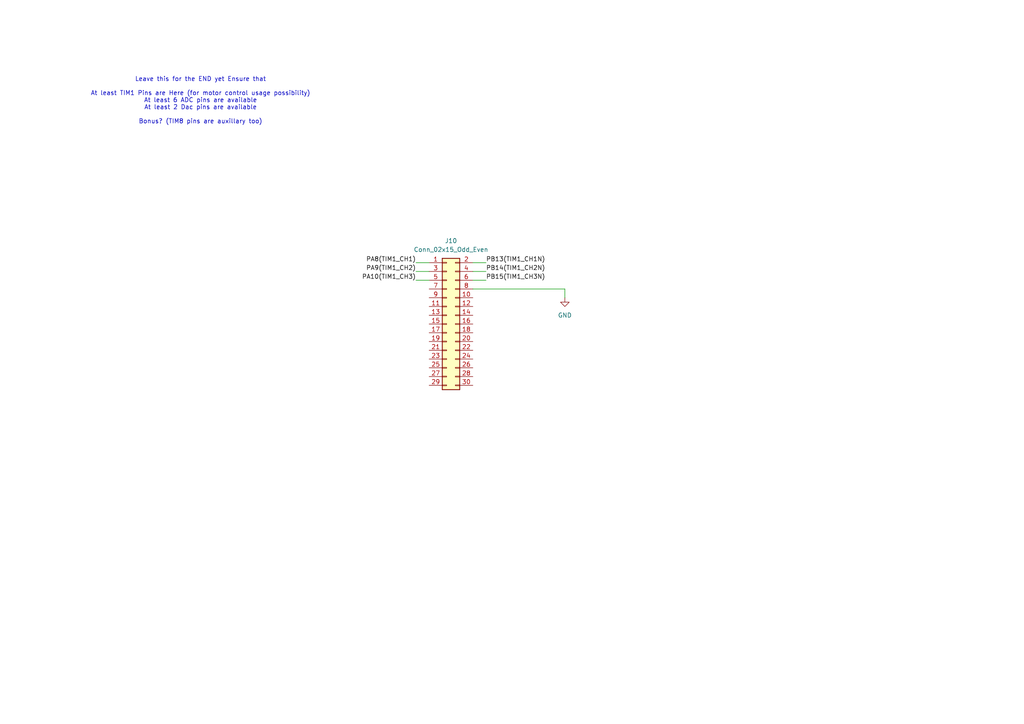
<source format=kicad_sch>
(kicad_sch (version 20250114) (generator "eeschema") (generator_version "9.0")
  (paper "A4")
  (lib_symbols
    (symbol "Connector_Generic:Conn_02x15_Odd_Even" (pin_names (offset 1.016) (hide yes))
      (property "Reference" "J" (at 1.27 20.32 0))
      (property "Value" "Conn_02x15_Odd_Even" (at 1.27 -20.32 0))
      (symbol "Conn_02x15_Odd_Even_1_1"
        (rectangle (start -1.27 19.05) (end 3.81 -19.05) (stroke (width 0.254)) (fill (type background)))
        (rectangle (start -1.27 17.907) (end 0 17.653) (stroke (width 0.1524)))
        (rectangle (start -1.27 15.367) (end 0 15.113) (stroke (width 0.1524)))
        (rectangle (start -1.27 12.827) (end 0 12.573) (stroke (width 0.1524)))
        (rectangle (start -1.27 10.287) (end 0 10.033) (stroke (width 0.1524)))
        (rectangle (start -1.27 7.747) (end 0 7.493) (stroke (width 0.1524)))
        (rectangle (start -1.27 5.207) (end 0 4.953) (stroke (width 0.1524)))
        (rectangle (start -1.27 2.667) (end 0 2.413) (stroke (width 0.1524)))
        (rectangle (start -1.27 0.127) (end 0 -0.127) (stroke (width 0.1524)))
        (rectangle (start -1.27 -2.413) (end 0 -2.667) (stroke (width 0.1524)))
        (rectangle (start -1.27 -4.953) (end 0 -5.207) (stroke (width 0.1524)))
        (rectangle (start -1.27 -7.493) (end 0 -7.747) (stroke (width 0.1524)))
        (rectangle (start -1.27 -10.033) (end 0 -10.287) (stroke (width 0.1524)))
        (rectangle (start -1.27 -12.573) (end 0 -12.827) (stroke (width 0.1524)))
        (rectangle (start -1.27 -15.113) (end 0 -15.367) (stroke (width 0.1524)))
        (rectangle (start -1.27 -17.653) (end 0 -17.907) (stroke (width 0.1524)))
        (rectangle (start 3.81 17.907) (end 2.54 17.653) (stroke (width 0.1524)))
        (rectangle (start 3.81 15.367) (end 2.54 15.113) (stroke (width 0.1524)))
        (rectangle (start 3.81 12.827) (end 2.54 12.573) (stroke (width 0.1524)))
        (rectangle (start 3.81 10.287) (end 2.54 10.033) (stroke (width 0.1524)))
        (rectangle (start 3.81 7.747) (end 2.54 7.493) (stroke (width 0.1524)))
        (rectangle (start 3.81 5.207) (end 2.54 4.953) (stroke (width 0.1524)))
        (rectangle (start 3.81 2.667) (end 2.54 2.413) (stroke (width 0.1524)))
        (rectangle (start 3.81 0.127) (end 2.54 -0.127) (stroke (width 0.1524)))
        (rectangle (start 3.81 -2.413) (end 2.54 -2.667) (stroke (width 0.1524)))
        (rectangle (start 3.81 -4.953) (end 2.54 -5.207) (stroke (width 0.1524)))
        (rectangle (start 3.81 -7.493) (end 2.54 -7.747) (stroke (width 0.1524)))
        (rectangle (start 3.81 -10.033) (end 2.54 -10.287) (stroke (width 0.1524)))
        (rectangle (start 3.81 -12.573) (end 2.54 -12.827) (stroke (width 0.1524)))
        (rectangle (start 3.81 -15.113) (end 2.54 -15.367) (stroke (width 0.1524)))
        (rectangle (start 3.81 -17.653) (end 2.54 -17.907) (stroke (width 0.1524)))
        (pin passive line (at -5.08 17.78 0) (length 3.81) (name "Pin_1") (number "1"))
        (pin passive line (at -5.08 15.24 0) (length 3.81) (name "Pin_3") (number "3"))
        (pin passive line (at -5.08 12.7 0) (length 3.81) (name "Pin_5") (number "5"))
        (pin passive line (at -5.08 10.16 0) (length 3.81) (name "Pin_7") (number "7"))
        (pin passive line (at -5.08 7.62 0) (length 3.81) (name "Pin_9") (number "9"))
        (pin passive line (at -5.08 5.08 0) (length 3.81) (name "Pin_11") (number "11"))
        (pin passive line (at -5.08 2.54 0) (length 3.81) (name "Pin_13") (number "13"))
        (pin passive line (at -5.08 0 0) (length 3.81) (name "Pin_15") (number "15"))
        (pin passive line (at -5.08 -2.54 0) (length 3.81) (name "Pin_17") (number "17"))
        (pin passive line (at -5.08 -5.08 0) (length 3.81) (name "Pin_19") (number "19"))
        (pin passive line (at -5.08 -7.62 0) (length 3.81) (name "Pin_21") (number "21"))
        (pin passive line (at -5.08 -10.16 0) (length 3.81) (name "Pin_23") (number "23"))
        (pin passive line (at -5.08 -12.7 0) (length 3.81) (name "Pin_25") (number "25"))
        (pin passive line (at -5.08 -15.24 0) (length 3.81) (name "Pin_27") (number "27"))
        (pin passive line (at -5.08 -17.78 0) (length 3.81) (name "Pin_29") (number "29"))
        (pin passive line (at 7.62 17.78 180) (length 3.81) (name "Pin_2") (number "2"))
        (pin passive line (at 7.62 15.24 180) (length 3.81) (name "Pin_4") (number "4"))
        (pin passive line (at 7.62 12.7 180) (length 3.81) (name "Pin_6") (number "6"))
        (pin passive line (at 7.62 10.16 180) (length 3.81) (name "Pin_8") (number "8"))
        (pin passive line (at 7.62 7.62 180) (length 3.81) (name "Pin_10") (number "10"))
        (pin passive line (at 7.62 5.08 180) (length 3.81) (name "Pin_12") (number "12"))
        (pin passive line (at 7.62 2.54 180) (length 3.81) (name "Pin_14") (number "14"))
        (pin passive line (at 7.62 0 180) (length 3.81) (name "Pin_16") (number "16"))
        (pin passive line (at 7.62 -2.54 180) (length 3.81) (name "Pin_18") (number "18"))
        (pin passive line (at 7.62 -5.08 180) (length 3.81) (name "Pin_20") (number "20"))
        (pin passive line (at 7.62 -7.62 180) (length 3.81) (name "Pin_22") (number "22"))
        (pin passive line (at 7.62 -10.16 180) (length 3.81) (name "Pin_24") (number "24"))
        (pin passive line (at 7.62 -12.7 180) (length 3.81) (name "Pin_26") (number "26"))
        (pin passive line (at 7.62 -15.24 180) (length 3.81) (name "Pin_28") (number "28"))
        (pin passive line (at 7.62 -17.78 180) (length 3.81) (name "Pin_30") (number "30"))
      )
    )
    (symbol "power:GND" (power) (pin_numbers (hide yes)) (pin_names (offset 0) (hide yes))
      (property "Value" "GND" (at 0 -3.81 0))
      (symbol "GND_0_1"
        (polyline (pts (xy 0 0) (xy 0 -1.27) (xy 1.27 -1.27) (xy 0 -2.54) (xy -1.27 -1.27) (xy 0 -1.27)))
      )
      (symbol "GND_1_1"
        (pin power_in line (at 0 0 270) (length 0) (name "~") (number "1"))
      )
    )
  )
  (text "Leave this for the END yet Ensure that\n\nAt least TIM1 Pins are Here (for motor control usage possibility)\nAt least 6 ADC pins are available\nAt least 2 Dac pins are available\n\nBonus? (TIM8 pins are auxillary too)" (at 58.166 29.21 0) (effects (font (size 1.27 1.27))))
  (wire (pts (xy 163.83 86.36) (xy 163.83 83.82)))
  (wire (pts (xy 163.83 83.82) (xy 137.16 83.82)))
  (wire (pts (xy 120.65 78.74) (xy 124.46 78.74)))
  (wire (pts (xy 137.16 78.74) (xy 140.97 78.74)))
  (wire (pts (xy 120.65 76.2) (xy 124.46 76.2)))
  (wire (pts (xy 137.16 76.2) (xy 140.97 76.2)))
  (wire (pts (xy 137.16 81.28) (xy 140.97 81.28)))
  (wire (pts (xy 120.65 81.28) (xy 124.46 81.28)))
  (label "PB14(TIM1_CH2N)" (at 140.97 78.74 0))
  (label "PA9(TIM1_CH2)" (at 120.65 78.74 180))
  (label "PA10(TIM1_CH3)" (at 120.65 81.28 180))
  (label "PB13(TIM1_CH1N)" (at 140.97 76.2 0))
  (label "PA8(TIM1_CH1)" (at 120.65 76.2 180))
  (label "PB15(TIM1_CH3N)" (at 140.97 81.28 0))
  (symbol (lib_id "power:GND") (at 163.83 86.36 0) (unit 1)
    (property "Reference" "#PWR036" (effects (hide yes)))
    (property "Value" "GND" (at 163.83 91.44 0))
    (property "Description" "Power symbol creates a global label with name \"GND\" , ground" (effects (hide yes)))
  )
  (symbol (lib_id "Connector_Generic:Conn_02x15_Odd_Even") (at 129.54 93.98 0) (unit 1)
    (property "Reference" "J10" (at 130.81 69.85 0))
    (property "Value" "Conn_02x15_Odd_Even" (at 130.81 72.39 0))
    (property "Footprint" "Connector_IDC:IDC-Header_2x15_P2.54mm_Vertical" (effects (hide yes)))
    (property "Description" "Generic connector, double row, 02x15, odd/even pin numbering scheme (row 1 odd numbers, row 2 even numbers), script generated (kicad-library-utils/schlib/autogen/connector/)" (effects (hide yes)))
  )
)
</source>
